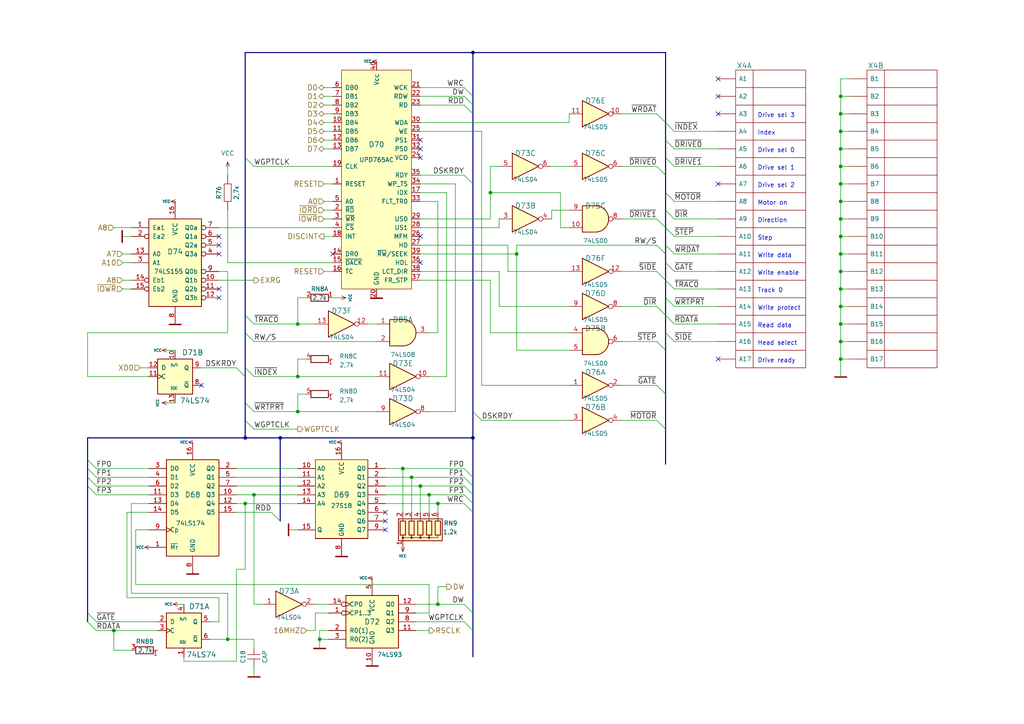
<source format=kicad_sch>
(kicad_sch (version 20211123) (generator eeschema)
  (paper "A4")
  (title_block (title "Floppy disk controller") (date "1994-01-04") (company "Patisonic") (comment 1 "Restored by Alexander Molodtsov") (comment 2 "Western version by Alessio Iodice") (comment 3 "Aleste 520EX"))
  (lib_symbols
    (symbol "74xx:74LS00" (pin_names (offset 1.016))
      (property "Reference" "U" (at 0 1.27 0))
      (property "Value" "74LS00" (at 0 -1.27 0))
      (symbol "74LS00_1_1"
        (pin input line (at -7.62 2.54 0) (length 3.81) (name "~") (number "1"))
        (pin input line (at -7.62 -2.54 0) (length 3.81) (name "~") (number "2"))
        (pin output inverted (at 7.62 0 180) (length 3.81) (name "~") (number "3"))
      )
      (symbol "74LS00_1_2"
        (pin input inverted (at -7.62 2.54 0) (length 4.318) (name "~") (number "1"))
        (pin input inverted (at -7.62 -2.54 0) (length 4.318) (name "~") (number "2"))
        (pin output line (at 7.62 0 180) (length 3.81) (name "~") (number "3"))
      )
      (symbol "74LS00_2_1"
        (pin input line (at -7.62 2.54 0) (length 3.81) (name "~") (number "4"))
        (pin input line (at -7.62 -2.54 0) (length 3.81) (name "~") (number "5"))
        (pin output inverted (at 7.62 0 180) (length 3.81) (name "~") (number "6"))
      )
      (symbol "74LS00_2_2"
        (pin input inverted (at -7.62 2.54 0) (length 4.318) (name "~") (number "4"))
        (pin input inverted (at -7.62 -2.54 0) (length 4.318) (name "~") (number "5"))
        (pin output line (at 7.62 0 180) (length 3.81) (name "~") (number "6"))
      )
      (symbol "74LS00_3_1"
        (pin input line (at -7.62 -2.54 0) (length 3.81) (name "~") (number "10"))
        (pin output inverted (at 7.62 0 180) (length 3.81) (name "~") (number "8"))
        (pin input line (at -7.62 2.54 0) (length 3.81) (name "~") (number "9"))
      )
      (symbol "74LS00_3_2"
        (pin input inverted (at -7.62 -2.54 0) (length 4.318) (name "~") (number "10"))
        (pin output line (at 7.62 0 180) (length 3.81) (name "~") (number "8"))
        (pin input inverted (at -7.62 2.54 0) (length 4.318) (name "~") (number "9"))
      )
      (symbol "74LS00_4_1"
        (pin output inverted (at 7.62 0 180) (length 3.81) (name "~") (number "11"))
        (pin input line (at -7.62 2.54 0) (length 3.81) (name "~") (number "12"))
        (pin input line (at -7.62 -2.54 0) (length 3.81) (name "~") (number "13"))
      )
      (symbol "74LS00_4_2"
        (pin output line (at 7.62 0 180) (length 3.81) (name "~") (number "11"))
        (pin input inverted (at -7.62 2.54 0) (length 4.318) (name "~") (number "12"))
        (pin input inverted (at -7.62 -2.54 0) (length 4.318) (name "~") (number "13"))
      )
      (symbol "74LS00_5_0"
        (pin power_in line (at 0 12.7 270) (length 5.08) (name "VCC") (number "14"))
        (pin power_in line (at 0 -12.7 90) (length 5.08) (name "GND") (number "7"))
      )
    )
    (symbol "74xx:74LS04"
      (property "Reference" "U" (at 0 1.27 0))
      (property "Value" "74LS04" (at 0 -1.27 0))
      (symbol "74LS04_1_0"
        (pin input line (at -7.62 0 0) (length 3.81) (name "~") (number "1"))
        (pin output inverted (at 7.62 0 180) (length 3.81) (name "~") (number "2"))
      )
      (symbol "74LS04_2_0"
        (pin input line (at -7.62 0 0) (length 3.81) (name "~") (number "3"))
        (pin output inverted (at 7.62 0 180) (length 3.81) (name "~") (number "4"))
      )
      (symbol "74LS04_3_0"
        (pin input line (at -7.62 0 0) (length 3.81) (name "~") (number "5"))
        (pin output inverted (at 7.62 0 180) (length 3.81) (name "~") (number "6"))
      )
      (symbol "74LS04_4_0"
        (pin output inverted (at 7.62 0 180) (length 3.81) (name "~") (number "8"))
        (pin input line (at -7.62 0 0) (length 3.81) (name "~") (number "9"))
      )
      (symbol "74LS04_5_0"
        (pin output inverted (at 7.62 0 180) (length 3.81) (name "~") (number "10"))
        (pin input line (at -7.62 0 0) (length 3.81) (name "~") (number "11"))
      )
      (symbol "74LS04_6_0"
        (pin output inverted (at 7.62 0 180) (length 3.81) (name "~") (number "12"))
        (pin input line (at -7.62 0 0) (length 3.81) (name "~") (number "13"))
      )
      (symbol "74LS04_7_0"
        (pin power_in line (at 0 12.7 270) (length 5.08) (name "VCC") (number "14"))
        (pin power_in line (at 0 -12.7 90) (length 5.08) (name "GND") (number "7"))
      )
    )
    (symbol "74xx:74LS05" (pin_names (offset 1.016))
      (property "Reference" "U" (at 0 1.27 0))
      (property "Value" "74LS05" (at 0 -1.27 0))
      (symbol "74LS05_1_0"
        (pin input line (at -7.62 0 0) (length 3.81) (name "~") (number "1"))
        (pin open_collector inverted (at 7.62 0 180) (length 3.81) (name "~") (number "2"))
      )
      (symbol "74LS05_2_0"
        (pin input line (at -7.62 0 0) (length 3.81) (name "~") (number "3"))
        (pin open_collector inverted (at 7.62 0 180) (length 3.81) (name "~") (number "4"))
      )
      (symbol "74LS05_3_0"
        (pin input line (at -7.62 0 0) (length 3.81) (name "~") (number "5"))
        (pin open_collector inverted (at 7.62 0 180) (length 3.81) (name "~") (number "6"))
      )
      (symbol "74LS05_4_0"
        (pin open_collector inverted (at 7.62 0 180) (length 3.81) (name "~") (number "8"))
        (pin input line (at -7.62 0 0) (length 3.81) (name "~") (number "9"))
      )
      (symbol "74LS05_5_0"
        (pin open_collector inverted (at 7.62 0 180) (length 3.81) (name "~") (number "10"))
        (pin input line (at -7.62 0 0) (length 3.81) (name "~") (number "11"))
      )
      (symbol "74LS05_6_0"
        (pin open_collector inverted (at 7.62 0 180) (length 3.81) (name "~") (number "12"))
        (pin input line (at -7.62 0 0) (length 3.81) (name "~") (number "13"))
      )
      (symbol "74LS05_7_0"
        (pin power_in line (at 0 12.7 270) (length 5.08) (name "VCC") (number "14"))
        (pin power_in line (at 0 -12.7 90) (length 5.08) (name "GND") (number "7"))
      )
    )
    (symbol "74xx:74LS08" (pin_names (offset 1.016))
      (property "Reference" "U" (at 0 1.27 0))
      (property "Value" "74LS08" (at 0 -1.27 0))
      (symbol "74LS08_1_1"
        (pin input line (at -7.62 2.54 0) (length 3.81) (name "~") (number "1"))
        (pin input line (at -7.62 -2.54 0) (length 3.81) (name "~") (number "2"))
        (pin output line (at 7.62 0 180) (length 3.81) (name "~") (number "3"))
      )
      (symbol "74LS08_1_2"
        (pin input inverted (at -7.62 2.54 0) (length 4.318) (name "~") (number "1"))
        (pin input inverted (at -7.62 -2.54 0) (length 4.318) (name "~") (number "2"))
        (pin output inverted (at 7.62 0 180) (length 3.81) (name "~") (number "3"))
      )
      (symbol "74LS08_2_1"
        (pin input line (at -7.62 2.54 0) (length 3.81) (name "~") (number "4"))
        (pin input line (at -7.62 -2.54 0) (length 3.81) (name "~") (number "5"))
        (pin output line (at 7.62 0 180) (length 3.81) (name "~") (number "6"))
      )
      (symbol "74LS08_2_2"
        (pin input inverted (at -7.62 2.54 0) (length 4.318) (name "~") (number "4"))
        (pin input inverted (at -7.62 -2.54 0) (length 4.318) (name "~") (number "5"))
        (pin output inverted (at 7.62 0 180) (length 3.81) (name "~") (number "6"))
      )
      (symbol "74LS08_3_1"
        (pin input line (at -7.62 -2.54 0) (length 3.81) (name "~") (number "10"))
        (pin output line (at 7.62 0 180) (length 3.81) (name "~") (number "8"))
        (pin input line (at -7.62 2.54 0) (length 3.81) (name "~") (number "9"))
      )
      (symbol "74LS08_3_2"
        (pin input inverted (at -7.62 -2.54 0) (length 4.318) (name "~") (number "10"))
        (pin output inverted (at 7.62 0 180) (length 3.81) (name "~") (number "8"))
        (pin input inverted (at -7.62 2.54 0) (length 4.318) (name "~") (number "9"))
      )
      (symbol "74LS08_4_1"
        (pin output line (at 7.62 0 180) (length 3.81) (name "~") (number "11"))
        (pin input line (at -7.62 2.54 0) (length 3.81) (name "~") (number "12"))
        (pin input line (at -7.62 -2.54 0) (length 3.81) (name "~") (number "13"))
      )
      (symbol "74LS08_4_2"
        (pin output inverted (at 7.62 0 180) (length 3.81) (name "~") (number "11"))
        (pin input inverted (at -7.62 2.54 0) (length 4.318) (name "~") (number "12"))
        (pin input inverted (at -7.62 -2.54 0) (length 4.318) (name "~") (number "13"))
      )
      (symbol "74LS08_5_0"
        (pin power_in line (at 0 12.7 270) (length 5.08) (name "VCC") (number "14"))
        (pin power_in line (at 0 -12.7 90) (length 5.08) (name "GND") (number "7"))
      )
    )
    (symbol "74xx:74LS155" (pin_names (offset 1.016))
      (property "Reference" "U" (at -7.62 13.97 0))
      (property "Value" "74LS155" (at -7.62 -13.97 0))
      (symbol "74LS155_1_0"
        (pin input line (at -12.7 10.16 0) (length 5.08) (name "Ea1") (number "1"))
        (pin output inverted (at 12.7 -5.08 180) (length 5.08) (name "Q1b") (number "10"))
        (pin output inverted (at 12.7 -7.62 180) (length 5.08) (name "Q2b") (number "11"))
        (pin output inverted (at 12.7 -10.16 180) (length 5.08) (name "Q3b") (number "12"))
        (pin input line (at -12.7 2.54 0) (length 5.08) (name "A0") (number "13"))
        (pin input inverted (at -12.7 -5.08 0) (length 5.08) (name "Eb1") (number "14"))
        (pin input inverted (at -12.7 -7.62 0) (length 5.08) (name "Eb2") (number "15"))
        (pin power_in line (at 0 17.78 270) (length 5.08) (name "VCC") (number "16"))
        (pin input inverted (at -12.7 7.62 0) (length 5.08) (name "Ea2") (number "2"))
        (pin input line (at -12.7 0 0) (length 5.08) (name "A1") (number "3"))
        (pin output inverted (at 12.7 2.54 180) (length 5.08) (name "Q3a") (number "4"))
        (pin output inverted (at 12.7 5.08 180) (length 5.08) (name "Q2a") (number "5"))
        (pin output inverted (at 12.7 7.62 180) (length 5.08) (name "Q1a") (number "6"))
        (pin output inverted (at 12.7 10.16 180) (length 5.08) (name "Q0a") (number "7"))
        (pin power_in line (at 0 -17.78 90) (length 5.08) (name "GND") (number "8"))
        (pin output inverted (at 12.7 -2.54 180) (length 5.08) (name "Q0b") (number "9"))
      )
    )
    (symbol "74xx:74LS174" (pin_names (offset 1.016))
      (property "Reference" "U" (at -7.62 13.97 0))
      (property "Value" "74LS174" (at -7.62 -16.51 0))
      (symbol "74LS174_1_0"
        (pin input line (at -12.7 -12.7 0) (length 5.08) (name "~{Mr}") (number "1"))
        (pin output line (at 12.7 2.54 180) (length 5.08) (name "Q3") (number "10"))
        (pin input line (at -12.7 2.54 0) (length 5.08) (name "D3") (number "11"))
        (pin output line (at 12.7 0 180) (length 5.08) (name "Q4") (number "12"))
        (pin input line (at -12.7 0 0) (length 5.08) (name "D4") (number "13"))
        (pin input line (at -12.7 -2.54 0) (length 5.08) (name "D5") (number "14"))
        (pin output line (at 12.7 -2.54 180) (length 5.08) (name "Q5") (number "15"))
        (pin power_in line (at 0 17.78 270) (length 5.08) (name "VCC") (number "16"))
        (pin output line (at 12.7 10.16 180) (length 5.08) (name "Q0") (number "2"))
        (pin input line (at -12.7 10.16 0) (length 5.08) (name "D0") (number "3"))
        (pin input line (at -12.7 7.62 0) (length 5.08) (name "D1") (number "4"))
        (pin output line (at 12.7 7.62 180) (length 5.08) (name "Q1") (number "5"))
        (pin input line (at -12.7 5.08 0) (length 5.08) (name "D2") (number "6"))
        (pin output line (at 12.7 5.08 180) (length 5.08) (name "Q2") (number "7"))
        (pin power_in line (at 0 -20.32 90) (length 5.08) (name "GND") (number "8"))
        (pin input clock (at -12.7 -7.62 0) (length 5.08) (name "Cp") (number "9"))
      )
    )
    (symbol "74xx:74LS74" (pin_names (offset 1.016))
      (property "Reference" "U" (at -7.62 8.89 0))
      (property "Value" "74LS74" (at -7.62 -8.89 0))
      (symbol "74LS74_1_0"
        (pin input line (at 0 -7.62 90) (length 2.54) (name "~{R}") (number "1"))
        (pin input line (at -7.62 2.54 0) (length 2.54) (name "D") (number "2"))
        (pin input clock (at -7.62 0 0) (length 2.54) (name "C") (number "3"))
        (pin input line (at 0 7.62 270) (length 2.54) (name "~{S}") (number "4"))
        (pin output line (at 7.62 2.54 180) (length 2.54) (name "Q") (number "5"))
        (pin output line (at 7.62 -2.54 180) (length 2.54) (name "~{Q}") (number "6"))
      )
      (symbol "74LS74_2_0"
        (pin input line (at 0 7.62 270) (length 2.54) (name "~{S}") (number "10"))
        (pin input clock (at -7.62 0 0) (length 2.54) (name "C") (number "11"))
        (pin input line (at -7.62 2.54 0) (length 2.54) (name "D") (number "12"))
        (pin input line (at 0 -7.62 90) (length 2.54) (name "~{R}") (number "13"))
        (pin output line (at 7.62 -2.54 180) (length 2.54) (name "~{Q}") (number "8"))
        (pin output line (at 7.62 2.54 180) (length 2.54) (name "Q") (number "9"))
      )
      (symbol "74LS74_3_0"
        (pin power_in line (at 0 10.16 270) (length 2.54) (name "VCC") (number "14"))
        (pin power_in line (at 0 -10.16 90) (length 2.54) (name "GND") (number "7"))
      )
    )
    (symbol "74xx:74LS93" (pin_names (offset 1.016))
      (property "Reference" "U" (at -7.62 8.89 0))
      (property "Value" "74LS93" (at -7.62 -8.89 0))
      (symbol "74LS93_1_0"
        (pin input inverted_clock (at -12.7 2.54 0) (length 5.08) (name "CP1..3") (number "1"))
        (pin power_in line (at 0 -12.7 90) (length 5.08) (name "GND") (number "10"))
        (pin output line (at 12.7 -2.54 180) (length 5.08) (name "Q3") (number "11"))
        (pin output line (at 12.7 5.08 180) (length 5.08) (name "Q0") (number "12"))
        (pin input inverted_clock (at -12.7 5.08 0) (length 5.08) (name "CP0") (number "14"))
        (pin input line (at -12.7 -2.54 0) (length 5.08) (name "R0(1)") (number "2"))
        (pin input line (at -12.7 -5.08 0) (length 5.08) (name "R0(2)") (number "3"))
        (pin power_in line (at 0 12.7 270) (length 5.08) (name "VCC") (number "5"))
        (pin output line (at 12.7 0 180) (length 5.08) (name "Q2") (number "8"))
        (pin output line (at 12.7 2.54 180) (length 5.08) (name "Q1") (number "9"))
      )
    )
    (symbol "Common_Alessio:27S18"
      (property "Reference" "D" (at -1.27 -13.97 0))
      (property "Value" "27S18" (at 0 -17.78 0))
      (symbol "27S18_0_0"
        (pin bidirectional line (at 12.7 -7.62 180) (length 5.08) (name "Q0") (number "1"))
        (pin bidirectional line (at -12.7 -7.62 0) (length 5.08) (name "A0") (number "10"))
        (pin bidirectional line (at -12.7 -10.16 0) (length 5.08) (name "A1") (number "11"))
        (pin bidirectional line (at -12.7 -12.7 0) (length 5.08) (name "A2") (number "12"))
        (pin bidirectional line (at -12.7 -15.24 0) (length 5.08) (name "A3") (number "13"))
        (pin bidirectional line (at -12.7 -17.78 0) (length 5.08) (name "A4") (number "14"))
        (pin bidirectional line (at -12.7 -25.4 0) (length 5.08) (name "Q") (number "15"))
        (pin power_in line (at 0 0 270) (length 5.08) (name "VCC") (number "16"))
        (pin bidirectional line (at 12.7 -10.16 180) (length 5.08) (name "Q1") (number "2"))
        (pin bidirectional line (at 12.7 -12.7 180) (length 5.08) (name "Q2") (number "3"))
        (pin bidirectional line (at 12.7 -15.24 180) (length 5.08) (name "Q3") (number "4"))
        (pin bidirectional line (at 12.7 -17.78 180) (length 5.08) (name "Q4") (number "5"))
        (pin bidirectional line (at 12.7 -20.32 180) (length 5.08) (name "Q5") (number "6"))
        (pin bidirectional line (at 12.7 -22.86 180) (length 5.08) (name "Q6") (number "7"))
        (pin power_in line (at 0 -33.02 90) (length 5.08) (name "GND") (number "8"))
        (pin bidirectional line (at 12.7 -25.4 180) (length 5.08) (name "Q7") (number "9"))
      )
    )
    (symbol "Common_Alessio:UPD765AC" (pin_names (offset 1.016))
      (property "Reference" "U" (at 0 45.72 0))
      (property "Value" "UPD765AC" (at 0 43.18 0))
      (symbol "UPD765AC_0_0"
        (pin input line (at -12.7 5.08 0) (length 2.54) (name "RESET") (number "1"))
        (pin tri_state line (at -12.7 22.86 0) (length 2.54) (name "DB4") (number "10"))
        (pin tri_state line (at -12.7 20.32 0) (length 2.54) (name "DB5") (number "11"))
        (pin tri_state line (at -12.7 17.78 0) (length 2.54) (name "DB6") (number "12"))
        (pin tri_state line (at -12.7 15.24 0) (length 2.54) (name "DB7") (number "13"))
        (pin output line (at -12.7 -15.24 0) (length 2.54) (name "DR0") (number "14"))
        (pin input line (at -12.7 -17.78 0) (length 2.54) (name "~{DACK}") (number "15"))
        (pin input line (at -12.7 -20.32 0) (length 2.54) (name "TC") (number "16"))
        (pin input line (at 12.7 2.54 180) (length 2.54) (name "IDX") (number "17"))
        (pin output line (at -12.7 -10.16 0) (length 2.54) (name "INT") (number "18"))
        (pin input line (at -12.7 10.16 0) (length 2.54) (name "CLK") (number "19"))
        (pin input line (at -12.7 -2.54 0) (length 2.54) (name "~{RD}") (number "2"))
        (pin power_in line (at 0 -27.94 90) (length 2.54) (name "GND") (number "20"))
        (pin input line (at 12.7 33.02 180) (length 2.54) (name "WCK") (number "21"))
        (pin input line (at 12.7 30.48 180) (length 2.54) (name "RDW") (number "22"))
        (pin input line (at 12.7 27.94 180) (length 2.54) (name "RD") (number "23"))
        (pin input line (at 12.7 12.7 180) (length 2.54) (name "VCO") (number "24"))
        (pin output line (at 12.7 20.32 180) (length 2.54) (name "WE") (number "25"))
        (pin output line (at 12.7 -10.16 180) (length 2.54) (name "MFM") (number "26"))
        (pin output line (at 12.7 -12.7 180) (length 2.54) (name "HD") (number "27"))
        (pin output line (at 12.7 -7.62 180) (length 2.54) (name "US1") (number "28"))
        (pin output line (at 12.7 -5.08 180) (length 2.54) (name "US0") (number "29"))
        (pin input line (at -12.7 -5.08 0) (length 2.54) (name "~{WR}") (number "3"))
        (pin output line (at 12.7 22.86 180) (length 2.54) (name "WDA") (number "30"))
        (pin output line (at 12.7 17.78 180) (length 2.54) (name "PS1") (number "31"))
        (pin output line (at 12.7 15.24 180) (length 2.54) (name "PS0") (number "32"))
        (pin input line (at 12.7 0 180) (length 2.54) (name "FLT_TR0") (number "33"))
        (pin input line (at 12.7 5.08 180) (length 2.54) (name "WP_TS") (number "34"))
        (pin input line (at 12.7 7.62 180) (length 2.54) (name "RDY") (number "35"))
        (pin output line (at 12.7 -17.78 180) (length 2.54) (name "HDL") (number "36"))
        (pin output line (at 12.7 -22.86 180) (length 2.54) (name "FR_STP") (number "37"))
        (pin output line (at 12.7 -20.32 180) (length 2.54) (name "LCT_DIR") (number "38"))
        (pin output line (at 12.7 -15.24 180) (length 2.54) (name "~{RW}/SEEK") (number "39"))
        (pin input line (at -12.7 -7.62 0) (length 2.54) (name "~{CS}") (number "4"))
        (pin power_in line (at 0 40.64 270) (length 2.54) (name "Vcc") (number "40"))
        (pin input line (at -12.7 0 0) (length 2.54) (name "A0") (number "5"))
        (pin tri_state line (at -12.7 33.02 0) (length 2.54) (name "DB0") (number "6"))
        (pin tri_state line (at -12.7 30.48 0) (length 2.54) (name "DB1") (number "7"))
        (pin tri_state line (at -12.7 27.94 0) (length 2.54) (name "DB2") (number "8"))
        (pin tri_state line (at -12.7 25.4 0) (length 2.54) (name "DB3") (number "9"))
      )
    )
    (symbol "Device:R_Network04_Split" (pin_names (offset 0) hide)
      (property "Reference" "RN" (at 2.032 0 90))
      (property "Value" "R_Network04_Split" (at 0 0 90))
      (symbol "R_Network04_Split_1_1"
        (pin passive line (at 0 3.81 270) (length 1.27) (name "R1.1") (number "1"))
        (pin passive line (at 0 -3.81 90) (length 1.27) (name "R1.2") (number "2"))
      )
      (symbol "R_Network04_Split_2_1"
        (text "1" (at 0.889 3.175 900) (effects (font (size 1.27 1.27))))
        (pin passive line (at 0 -3.81 90) (length 1.27) (name "R2.2") (number "3"))
      )
      (symbol "R_Network04_Split_3_1"
        (text "1" (at 0.889 3.175 900) (effects (font (size 1.27 1.27))))
        (pin passive line (at 0 -3.81 90) (length 1.27) (name "R3.2") (number "4"))
      )
      (symbol "R_Network04_Split_4_1"
        (text "1" (at 0.889 3.175 900) (effects (font (size 1.27 1.27))))
        (pin passive line (at 0 -3.81 90) (length 1.27) (name "R4.2") (number "5"))
      )
    )
    (symbol "Device:R_Network05" (pin_names (offset 0) hide)
      (property "Reference" "RN" (at -7.62 0 90))
      (property "Value" "R_Network05" (at 7.62 0 90))
      (symbol "R_Network05_1_1"
        (pin passive line (at -5.08 5.08 270) (length 2.54) (name "common") (number "1"))
        (pin passive line (at -5.08 -5.08 90) (length 1.27) (name "R1") (number "2"))
        (pin passive line (at -2.54 -5.08 90) (length 1.27) (name "R2") (number "3"))
        (pin passive line (at 0 -5.08 90) (length 1.27) (name "R3") (number "4"))
        (pin passive line (at 2.54 -5.08 90) (length 1.27) (name "R4") (number "5"))
        (pin passive line (at 5.08 -5.08 90) (length 1.27) (name "R5") (number "6"))
      )
    )
    (symbol "aleste-rescue:CAP" (pin_numbers hide) (pin_names (offset 0.0254) hide)
      (property "Reference" "C" (at 0 3.175 0))
      (property "Value" "CAP" (at 0 -3.175 0))
      (symbol "CAP_1_0"
        (pin passive line (at -2.54 0 0) (length 1.905) (name "~") (number "1"))
        (pin passive line (at 2.54 0 180) (length 1.905) (name "~") (number "2"))
      )
    )
    (symbol "aleste-rescue:GND" (power) (pin_names (offset 0))
      (symbol "GND_1_1"
        (pin power_in line (at 0 0 90) (length 0) hide (name "GND") (number "1"))
      )
    )
    (symbol "aleste-rescue:RES" (pin_numbers hide) (pin_names (offset 0.0254) hide)
      (property "Reference" "R" (at 0 2.54 0))
      (property "Value" "RES" (at 0 -2.54 0))
      (symbol "RES_1_0"
        (pin passive line (at -5.08 0 0) (length 2.54) (name "~") (number "1"))
        (pin passive line (at 5.08 0 180) (length 2.54) (name "~") (number "2"))
      )
    )
    (symbol "aleste-rescue:SLOT-34" (pin_numbers hide) (pin_names (offset 0.889))
      (property "Reference" "X" (at 7.62 3.81 0))
      (symbol "SLOT-34_1_0"
        (pin unspecified line (at 0 0 0) (length 5.08) (name "A1") (number "A1"))
        (pin unspecified line (at 0 -45.72 0) (length 5.08) (name "A10") (number "A10"))
        (pin unspecified line (at 0 -50.8 0) (length 5.08) (name "A11") (number "A11"))
        (pin unspecified line (at 0 -55.88 0) (length 5.08) (name "A12") (number "A12"))
        (pin unspecified line (at 0 -60.96 0) (length 5.08) (name "A13") (number "A13"))
        (pin unspecified line (at 0 -66.04 0) (length 5.08) (name "A14") (number "A14"))
        (pin unspecified line (at 0 -71.12 0) (length 5.08) (name "A15") (number "A15"))
        (pin unspecified line (at 0 -76.2 0) (length 5.08) (name "A16") (number "A16"))
        (pin unspecified line (at 0 -81.28 0) (length 5.08) (name "A17") (number "A17"))
        (pin unspecified line (at 0 -5.08 0) (length 5.08) (name "A2") (number "A2"))
        (pin unspecified line (at 0 -10.16 0) (length 5.08) (name "A3") (number "A3"))
        (pin unspecified line (at 0 -15.24 0) (length 5.08) (name "A4") (number "A4"))
        (pin unspecified line (at 0 -20.32 0) (length 5.08) (name "A5") (number "A5"))
        (pin unspecified line (at 0 -25.4 0) (length 5.08) (name "A6") (number "A6"))
        (pin unspecified line (at 0 -30.48 0) (length 5.08) (name "A7") (number "A7"))
        (pin unspecified line (at 0 -35.56 0) (length 5.08) (name "A8") (number "A8"))
        (pin unspecified line (at 0 -40.64 0) (length 5.08) (name "A9") (number "A9"))
      )
      (symbol "SLOT-34_2_0"
        (pin unspecified line (at 0 0 0) (length 5.08) (name "B1") (number "B1"))
        (pin unspecified line (at 0 -45.72 0) (length 5.08) (name "B10") (number "B10"))
        (pin unspecified line (at 0 -50.8 0) (length 5.08) (name "B11") (number "B11"))
        (pin unspecified line (at 0 -55.88 0) (length 5.08) (name "B12") (number "B12"))
        (pin unspecified line (at 0 -60.96 0) (length 5.08) (name "B13") (number "B13"))
        (pin unspecified line (at 0 -66.04 0) (length 5.08) (name "B14~{}") (number "B14"))
        (pin unspecified line (at 0 -71.12 0) (length 5.08) (name "B15") (number "B15"))
        (pin unspecified line (at 0 -76.2 0) (length 5.08) (name "B16") (number "B16"))
        (pin unspecified line (at 0 -81.28 0) (length 5.08) (name "B17") (number "B17"))
        (pin unspecified line (at 0 -5.08 0) (length 5.08) (name "B2") (number "B2"))
        (pin unspecified line (at 0 -10.16 0) (length 5.08) (name "B3") (number "B3"))
        (pin unspecified line (at 0 -15.24 0) (length 5.08) (name "B4") (number "B4"))
        (pin unspecified line (at 0 -20.32 0) (length 5.08) (name "B5") (number "B5"))
        (pin unspecified line (at 0 -25.4 0) (length 5.08) (name "B6") (number "B6"))
        (pin unspecified line (at 0 -30.48 0) (length 5.08) (name "B7") (number "B7"))
        (pin unspecified line (at 0 -35.56 0) (length 5.08) (name "B8") (number "B8"))
        (pin unspecified line (at 0 -40.64 0) (length 5.08) (name "B9") (number "B9"))
      )
    )
    (symbol "aleste-rescue:VCC" (power) (pin_names (offset 0))
      (property "Value" "VCC" (at 0 1.905 0))
      (symbol "VCC_1_1"
        (pin power_in line (at 0 0 90) (length 0) hide (name "VCC") (number "1"))
      )
    )
  )
  (junction (at 137.16 127))
  (junction (at 243.84 88.9))
  (junction (at 243.84 78.74))
  (junction (at 71.12 146.05))
  (junction (at 86.36 119.38))
  (junction (at 73.66 143.51))
  (junction (at 86.36 109.22))
  (junction (at 243.84 93.98))
  (junction (at 149.86 73.66))
  (junction (at 243.84 63.5))
  (junction (at 243.84 73.66))
  (junction (at 33.02 182.88))
  (junction (at 119.38 138.43))
  (junction (at 243.84 58.42))
  (junction (at 127 146.05))
  (junction (at 127 175.26))
  (junction (at 71.12 127))
  (junction (at 86.36 93.98))
  (junction (at 243.84 53.34))
  (junction (at 137.16 15.24))
  (junction (at 116.84 135.89))
  (junction (at 92.71 185.42))
  (junction (at 243.84 99.06))
  (junction (at 243.84 68.58))
  (junction (at 81.28 127))
  (junction (at 66.04 185.42))
  (junction (at 243.84 38.1))
  (junction (at 243.84 48.26))
  (junction (at 243.84 33.02))
  (junction (at 124.46 143.51))
  (junction (at 243.84 27.94))
  (junction (at 243.84 43.18))
  (junction (at 142.24 55.88))
  (junction (at 243.84 104.14))
  (junction (at 121.92 140.97))
  (junction (at 243.84 83.82))
  (no_connect (at 121.92 43.18))
  (no_connect (at 111.76 153.67))
  (no_connect (at 63.5 83.82))
  (no_connect (at 121.92 76.2))
  (no_connect (at 63.5 73.66))
  (no_connect (at 208.28 22.86))
  (no_connect (at 121.92 40.64))
  (no_connect (at 121.92 45.72))
  (no_connect (at 121.92 68.58))
  (no_connect (at 208.28 33.02))
  (no_connect (at 63.5 86.36))
  (no_connect (at 208.28 53.34))
  (no_connect (at 63.5 68.58))
  (no_connect (at 208.28 104.14))
  (no_connect (at 63.5 71.12))
  (no_connect (at 96.52 73.66))
  (no_connect (at 111.76 151.13))
  (no_connect (at 58.42 111.76))
  (no_connect (at 111.76 148.59))
  (no_connect (at 208.28 27.94))
  (bus_entry (at 71.12 45.72) (size 2.54 2.54))
  (bus_entry (at 193.04 60.96) (size 2.54 2.54))
  (bus_entry (at 78.74 148.59) (size 2.54 2.54))
  (bus_entry (at 134.62 175.26) (size 2.54 2.54))
  (bus_entry (at 190.5 121.92) (size 2.54 2.54))
  (bus_entry (at 137.16 119.38) (size 2.54 2.54))
  (bus_entry (at 193.04 91.44) (size 2.54 2.54))
  (bus_entry (at 25.4 140.97) (size 2.54 2.54))
  (bus_entry (at 25.4 133.35) (size 2.54 2.54))
  (bus_entry (at 71.12 91.44) (size 2.54 2.54))
  (bus_entry (at 134.62 27.94) (size 2.54 2.54))
  (bus_entry (at 71.12 96.52) (size 2.54 2.54))
  (bus_entry (at 190.5 33.02) (size 2.54 2.54))
  (bus_entry (at 193.04 76.2) (size 2.54 2.54))
  (bus_entry (at 193.04 96.52) (size 2.54 2.54))
  (bus_entry (at 190.5 48.26) (size 2.54 2.54))
  (bus_entry (at 134.62 180.34) (size 2.54 2.54))
  (bus_entry (at 193.04 71.12) (size 2.54 2.54))
  (bus_entry (at 190.5 111.76) (size 2.54 2.54))
  (bus_entry (at 71.12 106.68) (size 2.54 2.54))
  (bus_entry (at 190.5 78.74) (size 2.54 2.54))
  (bus_entry (at 134.62 50.8) (size 2.54 2.54))
  (bus_entry (at 193.04 66.04) (size 2.54 2.54))
  (bus_entry (at 25.4 135.89) (size 2.54 2.54))
  (bus_entry (at 134.62 143.51) (size 2.54 2.54))
  (bus_entry (at 193.04 35.56) (size 2.54 2.54))
  (bus_entry (at 25.4 138.43) (size 2.54 2.54))
  (bus_entry (at 190.5 63.5) (size 2.54 2.54))
  (bus_entry (at 190.5 71.12) (size 2.54 2.54))
  (bus_entry (at 25.4 177.8) (size 2.54 2.54))
  (bus_entry (at 25.4 180.34) (size 2.54 2.54))
  (bus_entry (at 71.12 116.84) (size 2.54 2.54))
  (bus_entry (at 193.04 40.64) (size 2.54 2.54))
  (bus_entry (at 134.62 30.48) (size 2.54 2.54))
  (bus_entry (at 134.62 140.97) (size 2.54 2.54))
  (bus_entry (at 134.62 25.4) (size 2.54 2.54))
  (bus_entry (at 134.62 146.05) (size 2.54 2.54))
  (bus_entry (at 134.62 138.43) (size 2.54 2.54))
  (bus_entry (at 71.12 121.92) (size 2.54 2.54))
  (bus_entry (at 193.04 86.36) (size 2.54 2.54))
  (bus_entry (at 193.04 45.72) (size 2.54 2.54))
  (bus_entry (at 193.04 81.28) (size 2.54 2.54))
  (bus_entry (at 190.5 88.9) (size 2.54 2.54))
  (bus_entry (at 193.04 55.88) (size 2.54 2.54))
  (bus_entry (at 134.62 135.89) (size 2.54 2.54))
  (bus_entry (at 68.58 106.68) (size 2.54 2.54))
  (bus_entry (at 190.5 99.06) (size 2.54 2.54))
  (wire (pts (xy 93.98 58.42) (xy 96.52 58.42)))
  (bus (pts (xy 137.16 53.34) (xy 137.16 119.38)))
  (wire (pts (xy 66.04 96.52) (xy 66.04 78.74)))
  (bus (pts (xy 71.12 15.24) (xy 137.16 15.24)))
  (wire (pts (xy 160.02 48.26) (xy 165.1 48.26)))
  (wire (pts (xy 142.24 48.26) (xy 142.24 55.88)))
  (wire (pts (xy 53.34 190.5) (xy 53.34 191.77)))
  (wire (pts (xy 121.92 71.12) (xy 147.32 71.12)))
  (wire (pts (xy 121.92 35.56) (xy 165.1 35.56)))
  (wire (pts (xy 91.44 175.26) (xy 95.25 175.26)))
  (wire (pts (xy 195.58 93.98) (xy 208.28 93.98)))
  (wire (pts (xy 96.52 86.36) (xy 99.06 86.36)))
  (wire (pts (xy 76.2 175.26) (xy 73.66 175.26)))
  (wire (pts (xy 124.46 119.38) (xy 132.08 119.38)))
  (wire (pts (xy 71.12 146.05) (xy 86.36 146.05)))
  (bus (pts (xy 137.16 33.02) (xy 137.16 53.34)))
  (wire (pts (xy 119.38 148.59) (xy 119.38 138.43)))
  (wire (pts (xy 106.68 93.98) (xy 109.22 93.98)))
  (wire (pts (xy 246.38 99.06) (xy 243.84 99.06)))
  (wire (pts (xy 121.92 27.94) (xy 134.62 27.94)))
  (wire (pts (xy 243.84 73.66) (xy 243.84 78.74)))
  (wire (pts (xy 93.98 43.18) (xy 96.52 43.18)))
  (wire (pts (xy 36.83 148.59) (xy 43.18 148.59)))
  (wire (pts (xy 73.66 119.38) (xy 86.36 119.38)))
  (wire (pts (xy 68.58 140.97) (xy 86.36 140.97)))
  (wire (pts (xy 139.7 38.1) (xy 139.7 111.76)))
  (wire (pts (xy 86.36 86.36) (xy 86.36 93.98)))
  (wire (pts (xy 51.435 175.26) (xy 53.34 175.26)))
  (wire (pts (xy 180.34 111.76) (xy 190.5 111.76)))
  (wire (pts (xy 93.98 25.4) (xy 96.52 25.4)))
  (bus (pts (xy 137.16 177.8) (xy 137.16 182.88)))
  (wire (pts (xy 35.56 68.58) (xy 38.1 68.58)))
  (wire (pts (xy 246.38 93.98) (xy 243.84 93.98)))
  (wire (pts (xy 27.94 143.51) (xy 43.18 143.51)))
  (wire (pts (xy 124.46 148.59) (xy 124.46 143.51)))
  (bus (pts (xy 81.28 127) (xy 71.12 127)))
  (wire (pts (xy 66.04 76.2) (xy 96.52 76.2)))
  (wire (pts (xy 121.92 55.88) (xy 129.54 55.88)))
  (wire (pts (xy 243.84 68.58) (xy 243.84 73.66)))
  (wire (pts (xy 39.37 169.545) (xy 39.37 153.67)))
  (wire (pts (xy 243.84 104.14) (xy 243.84 109.22)))
  (wire (pts (xy 86.36 119.38) (xy 109.22 119.38)))
  (bus (pts (xy 193.04 73.66) (xy 193.04 76.2)))
  (wire (pts (xy 93.98 68.58) (xy 96.52 68.58)))
  (wire (pts (xy 208.28 88.9) (xy 195.58 88.9)))
  (wire (pts (xy 93.98 38.1) (xy 96.52 38.1)))
  (wire (pts (xy 121.92 148.59) (xy 121.92 140.97)))
  (wire (pts (xy 111.76 143.51) (xy 124.46 143.51)))
  (wire (pts (xy 73.66 48.26) (xy 96.52 48.26)))
  (wire (pts (xy 92.71 182.88) (xy 92.71 185.42)))
  (wire (pts (xy 27.94 135.89) (xy 43.18 135.89)))
  (wire (pts (xy 243.84 99.06) (xy 243.84 104.14)))
  (bus (pts (xy 193.04 114.3) (xy 193.04 124.46)))
  (bus (pts (xy 193.04 101.6) (xy 193.04 114.3)))
  (wire (pts (xy 86.36 119.38) (xy 86.36 114.3)))
  (wire (pts (xy 124.46 96.52) (xy 127 96.52)))
  (wire (pts (xy 33.02 188.595) (xy 33.02 182.88)))
  (wire (pts (xy 139.7 111.76) (xy 165.1 111.76)))
  (wire (pts (xy 95.25 185.42) (xy 92.71 185.42)))
  (wire (pts (xy 66.04 185.42) (xy 73.66 185.42)))
  (bus (pts (xy 71.12 109.22) (xy 71.12 116.84)))
  (wire (pts (xy 25.4 109.22) (xy 43.18 109.22)))
  (wire (pts (xy 48.26 116.84) (xy 50.8 116.84)))
  (bus (pts (xy 137.16 143.51) (xy 137.16 146.05)))
  (wire (pts (xy 246.38 48.26) (xy 243.84 48.26)))
  (wire (pts (xy 162.56 66.04) (xy 162.56 55.88)))
  (wire (pts (xy 116.84 135.89) (xy 134.62 135.89)))
  (wire (pts (xy 111.76 135.89) (xy 116.84 135.89)))
  (wire (pts (xy 149.86 71.12) (xy 190.5 71.12)))
  (wire (pts (xy 86.36 114.3) (xy 88.9 114.3)))
  (wire (pts (xy 243.84 83.82) (xy 243.84 88.9)))
  (bus (pts (xy 137.16 27.94) (xy 137.16 30.48)))
  (bus (pts (xy 137.16 119.38) (xy 137.16 127)))
  (wire (pts (xy 53.34 191.77) (xy 68.58 191.77)))
  (bus (pts (xy 137.16 127) (xy 137.16 138.43)))
  (wire (pts (xy 91.44 177.8) (xy 95.25 177.8)))
  (bus (pts (xy 71.12 106.68) (xy 71.12 109.22)))
  (wire (pts (xy 243.84 27.94) (xy 243.84 33.02)))
  (wire (pts (xy 73.66 185.42) (xy 73.66 187.96)))
  (bus (pts (xy 137.16 148.59) (xy 137.16 177.8)))
  (wire (pts (xy 73.66 124.46) (xy 86.36 124.46)))
  (bus (pts (xy 71.12 45.72) (xy 71.12 91.44)))
  (wire (pts (xy 142.24 55.88) (xy 142.24 63.5)))
  (wire (pts (xy 190.5 78.74) (xy 180.34 78.74)))
  (wire (pts (xy 124.46 169.545) (xy 39.37 169.545)))
  (wire (pts (xy 124.46 109.22) (xy 129.54 109.22)))
  (wire (pts (xy 38.1 146.05) (xy 38.1 172.085)))
  (wire (pts (xy 149.86 101.6) (xy 149.86 73.66)))
  (wire (pts (xy 60.96 180.34) (xy 63.5 180.34)))
  (wire (pts (xy 127 170.18) (xy 127 175.26)))
  (wire (pts (xy 243.84 48.26) (xy 243.84 53.34)))
  (wire (pts (xy 195.58 68.58) (xy 208.28 68.58)))
  (wire (pts (xy 246.38 73.66) (xy 243.84 73.66)))
  (wire (pts (xy 92.71 182.88) (xy 95.25 182.88)))
  (wire (pts (xy 243.84 43.18) (xy 243.84 48.26)))
  (wire (pts (xy 63.5 66.04) (xy 96.52 66.04)))
  (bus (pts (xy 193.04 91.44) (xy 193.04 96.52)))
  (wire (pts (xy 139.7 121.92) (xy 165.1 121.92)))
  (wire (pts (xy 73.66 109.22) (xy 86.36 109.22)))
  (wire (pts (xy 127 96.52) (xy 127 58.42)))
  (wire (pts (xy 63.5 173.355) (xy 36.83 173.355)))
  (wire (pts (xy 71.12 146.05) (xy 71.12 165.1)))
  (wire (pts (xy 73.66 175.26) (xy 73.66 143.51)))
  (wire (pts (xy 129.54 109.22) (xy 129.54 55.88)))
  (bus (pts (xy 193.04 124.46) (xy 193.04 134.62)))
  (wire (pts (xy 35.56 76.2) (xy 38.1 76.2)))
  (wire (pts (xy 144.78 88.9) (xy 144.78 78.74)))
  (wire (pts (xy 93.98 40.64) (xy 96.52 40.64)))
  (wire (pts (xy 195.58 99.06) (xy 208.28 99.06)))
  (wire (pts (xy 120.65 177.8) (xy 124.46 177.8)))
  (wire (pts (xy 121.92 66.04) (xy 144.78 66.04)))
  (wire (pts (xy 165.1 78.74) (xy 147.32 78.74)))
  (wire (pts (xy 246.38 63.5) (xy 243.84 63.5)))
  (wire (pts (xy 120.65 180.34) (xy 134.62 180.34)))
  (wire (pts (xy 68.58 146.05) (xy 71.12 146.05)))
  (wire (pts (xy 121.92 63.5) (xy 142.24 63.5)))
  (wire (pts (xy 124.46 177.8) (xy 124.46 169.545)))
  (wire (pts (xy 243.84 33.02) (xy 243.84 38.1)))
  (bus (pts (xy 193.04 81.28) (xy 193.04 86.36)))
  (wire (pts (xy 93.98 53.34) (xy 96.52 53.34)))
  (wire (pts (xy 48.26 101.6) (xy 50.8 101.6)))
  (wire (pts (xy 246.38 68.58) (xy 243.84 68.58)))
  (bus (pts (xy 193.04 76.2) (xy 193.04 81.28)))
  (wire (pts (xy 165.1 88.9) (xy 144.78 88.9)))
  (wire (pts (xy 195.58 63.5) (xy 208.28 63.5)))
  (bus (pts (xy 137.16 146.05) (xy 137.16 148.59)))
  (wire (pts (xy 195.58 73.66) (xy 208.28 73.66)))
  (wire (pts (xy 27.94 182.88) (xy 33.02 182.88)))
  (wire (pts (xy 73.66 143.51) (xy 86.36 143.51)))
  (bus (pts (xy 193.04 35.56) (xy 193.04 40.64)))
  (wire (pts (xy 83.82 153.67) (xy 86.36 153.67)))
  (bus (pts (xy 193.04 15.24) (xy 193.04 35.56)))
  (wire (pts (xy 38.1 146.05) (xy 43.18 146.05)))
  (bus (pts (xy 193.04 86.36) (xy 193.04 91.44)))
  (bus (pts (xy 193.04 55.88) (xy 193.04 60.96)))
  (wire (pts (xy 93.98 60.96) (xy 96.52 60.96)))
  (wire (pts (xy 33.02 66.04) (xy 38.1 66.04)))
  (wire (pts (xy 88.9 182.88) (xy 91.44 182.88)))
  (wire (pts (xy 195.58 43.18) (xy 208.28 43.18)))
  (wire (pts (xy 27.94 140.97) (xy 43.18 140.97)))
  (wire (pts (xy 86.36 86.36) (xy 88.9 86.36)))
  (wire (pts (xy 246.38 104.14) (xy 243.84 104.14)))
  (wire (pts (xy 73.66 81.28) (xy 63.5 81.28)))
  (wire (pts (xy 208.28 38.1) (xy 195.58 38.1)))
  (wire (pts (xy 60.96 185.42) (xy 66.04 185.42)))
  (wire (pts (xy 127 146.05) (xy 134.62 146.05)))
  (bus (pts (xy 25.4 133.35) (xy 25.4 135.89)))
  (wire (pts (xy 88.9 104.14) (xy 86.36 104.14)))
  (wire (pts (xy 111.76 140.97) (xy 121.92 140.97)))
  (wire (pts (xy 195.58 78.74) (xy 208.28 78.74)))
  (wire (pts (xy 111.76 146.05) (xy 127 146.05)))
  (wire (pts (xy 86.36 93.98) (xy 91.44 93.98)))
  (wire (pts (xy 180.34 88.9) (xy 190.5 88.9)))
  (wire (pts (xy 127 175.26) (xy 134.62 175.26)))
  (wire (pts (xy 121.92 58.42) (xy 127 58.42)))
  (wire (pts (xy 246.38 38.1) (xy 243.84 38.1)))
  (bus (pts (xy 137.16 138.43) (xy 137.16 140.97)))
  (wire (pts (xy 142.24 81.28) (xy 142.24 96.52)))
  (wire (pts (xy 165.1 35.56) (xy 165.1 33.02)))
  (bus (pts (xy 71.12 91.44) (xy 71.12 96.52)))
  (wire (pts (xy 243.84 63.5) (xy 243.84 68.58)))
  (wire (pts (xy 243.84 53.34) (xy 243.84 58.42)))
  (wire (pts (xy 35.56 73.66) (xy 38.1 73.66)))
  (wire (pts (xy 180.34 48.26) (xy 190.5 48.26)))
  (wire (pts (xy 91.44 182.88) (xy 91.44 177.8)))
  (wire (pts (xy 25.4 109.22) (xy 25.4 96.52)))
  (wire (pts (xy 121.92 81.28) (xy 142.24 81.28)))
  (wire (pts (xy 63.5 180.34) (xy 63.5 173.355)))
  (bus (pts (xy 137.16 182.88) (xy 137.16 190.5)))
  (bus (pts (xy 25.4 135.89) (xy 25.4 138.43)))
  (wire (pts (xy 190.5 99.06) (xy 180.34 99.06)))
  (wire (pts (xy 68.58 165.1) (xy 68.58 191.77)))
  (wire (pts (xy 68.58 148.59) (xy 78.74 148.59)))
  (wire (pts (xy 246.38 43.18) (xy 243.84 43.18)))
  (bus (pts (xy 137.16 15.24) (xy 193.04 15.24)))
  (bus (pts (xy 137.16 30.48) (xy 137.16 33.02)))
  (wire (pts (xy 243.84 93.98) (xy 243.84 99.06)))
  (wire (pts (xy 121.92 25.4) (xy 134.62 25.4)))
  (wire (pts (xy 243.84 58.42) (xy 243.84 63.5)))
  (wire (pts (xy 73.66 93.98) (xy 86.36 93.98)))
  (wire (pts (xy 121.92 38.1) (xy 139.7 38.1)))
  (wire (pts (xy 121.92 73.66) (xy 149.86 73.66)))
  (bus (pts (xy 137.16 127) (xy 81.28 127)))
  (wire (pts (xy 93.98 33.02) (xy 96.52 33.02)))
  (wire (pts (xy 124.46 143.51) (xy 134.62 143.51)))
  (bus (pts (xy 193.04 71.12) (xy 193.04 73.66)))
  (wire (pts (xy 111.76 138.43) (xy 119.38 138.43)))
  (wire (pts (xy 25.4 96.52) (xy 66.04 96.52)))
  (bus (pts (xy 71.12 121.92) (xy 71.12 127)))
  (wire (pts (xy 93.98 78.74) (xy 96.52 78.74)))
  (wire (pts (xy 160.02 60.96) (xy 160.02 63.5)))
  (wire (pts (xy 246.38 78.74) (xy 243.84 78.74)))
  (wire (pts (xy 246.38 83.82) (xy 243.84 83.82)))
  (wire (pts (xy 93.98 35.56) (xy 96.52 35.56)))
  (wire (pts (xy 165.1 60.96) (xy 160.02 60.96)))
  (wire (pts (xy 92.71 185.42) (xy 92.71 187.96)))
  (wire (pts (xy 39.37 153.67) (xy 43.18 153.67)))
  (wire (pts (xy 38.1 172.085) (xy 66.04 172.085)))
  (wire (pts (xy 190.5 33.02) (xy 180.34 33.02)))
  (wire (pts (xy 144.78 66.04) (xy 144.78 63.5)))
  (wire (pts (xy 121.92 50.8) (xy 134.62 50.8)))
  (wire (pts (xy 149.86 73.66) (xy 149.86 71.12)))
  (bus (pts (xy 193.04 96.52) (xy 193.04 101.6)))
  (wire (pts (xy 68.58 138.43) (xy 86.36 138.43)))
  (bus (pts (xy 193.04 50.8) (xy 193.04 55.88)))
  (wire (pts (xy 116.84 135.89) (xy 116.84 148.59)))
  (bus (pts (xy 25.4 127) (xy 25.4 133.35)))
  (wire (pts (xy 195.58 83.82) (xy 208.28 83.82)))
  (wire (pts (xy 27.94 180.34) (xy 45.72 180.34)))
  (wire (pts (xy 121.92 140.97) (xy 134.62 140.97)))
  (wire (pts (xy 120.65 182.88) (xy 124.46 182.88)))
  (wire (pts (xy 58.42 106.68) (xy 68.58 106.68)))
  (wire (pts (xy 190.5 63.5) (xy 180.34 63.5)))
  (wire (pts (xy 119.38 138.43) (xy 134.62 138.43)))
  (bus (pts (xy 71.12 116.84) (xy 71.12 121.92)))
  (wire (pts (xy 66.04 172.085) (xy 66.04 185.42)))
  (wire (pts (xy 36.83 173.355) (xy 36.83 148.59)))
  (bus (pts (xy 71.12 15.24) (xy 71.12 45.72)))
  (bus (pts (xy 25.4 140.97) (xy 25.4 177.8)))
  (wire (pts (xy 93.98 30.48) (xy 96.52 30.48)))
  (wire (pts (xy 246.38 33.02) (xy 243.84 33.02)))
  (bus (pts (xy 193.04 45.72) (xy 193.04 50.8)))
  (wire (pts (xy 33.02 182.88) (xy 45.72 182.88)))
  (bus (pts (xy 193.04 40.64) (xy 193.04 45.72)))
  (bus (pts (xy 137.16 140.97) (xy 137.16 143.51)))
  (bus (pts (xy 81.28 127) (xy 81.28 151.13)))
  (wire (pts (xy 165.1 101.6) (xy 149.86 101.6)))
  (wire (pts (xy 243.84 38.1) (xy 243.84 43.18)))
  (wire (pts (xy 147.32 78.74) (xy 147.32 71.12)))
  (wire (pts (xy 142.24 96.52) (xy 165.1 96.52)))
  (wire (pts (xy 73.66 99.06) (xy 109.22 99.06)))
  (bus (pts (xy 71.12 96.52) (xy 71.12 106.68)))
  (wire (pts (xy 127 148.59) (xy 127 146.05)))
  (wire (pts (xy 27.94 138.43) (xy 43.18 138.43)))
  (wire (pts (xy 35.56 83.82) (xy 38.1 83.82)))
  (wire (pts (xy 121.92 53.34) (xy 132.08 53.34)))
  (wire (pts (xy 162.56 55.88) (xy 142.24 55.88)))
  (bus (pts (xy 193.04 60.96) (xy 193.04 66.04)))
  (bus (pts (xy 193.04 66.04) (xy 193.04 71.12)))
  (wire (pts (xy 86.36 109.22) (xy 109.22 109.22)))
  (wire (pts (xy 246.38 53.34) (xy 243.84 53.34)))
  (wire (pts (xy 68.58 143.51) (xy 73.66 143.51)))
  (wire (pts (xy 66.04 78.74) (xy 63.5 78.74)))
  (bus (pts (xy 25.4 138.43) (xy 25.4 140.97)))
  (wire (pts (xy 68.58 135.89) (xy 86.36 135.89)))
  (wire (pts (xy 121.92 30.48) (xy 134.62 30.48)))
  (wire (pts (xy 40.64 106.68) (xy 43.18 106.68)))
  (wire (pts (xy 121.92 78.74) (xy 144.78 78.74)))
  (wire (pts (xy 142.24 48.26) (xy 144.78 48.26)))
  (wire (pts (xy 38.1 188.595) (xy 33.02 188.595)))
  (wire (pts (xy 93.98 27.94) (xy 96.52 27.94)))
  (bus (pts (xy 71.12 127) (xy 25.4 127)))
  (bus (pts (xy 137.16 15.24) (xy 137.16 27.94)))
  (wire (pts (xy 93.98 63.5) (xy 96.52 63.5)))
  (wire (pts (xy 35.56 81.28) (xy 38.1 81.28)))
  (wire (pts (xy 246.38 58.42) (xy 243.84 58.42)))
  (wire (pts (xy 246.38 27.94) (xy 243.84 27.94)))
  (wire (pts (xy 66.04 50.8) (xy 66.04 48.26)))
  (wire (pts (xy 195.58 58.42) (xy 208.28 58.42)))
  (wire (pts (xy 71.12 165.1) (xy 68.58 165.1)))
  (wire (pts (xy 165.1 66.04) (xy 162.56 66.04)))
  (wire (pts (xy 73.66 196.215) (xy 73.66 193.04)))
  (wire (pts (xy 243.84 78.74) (xy 243.84 83.82)))
  (wire (pts (xy 246.38 22.86) (xy 243.84 22.86)))
  (wire (pts (xy 190.5 121.92) (xy 180.34 121.92)))
  (wire (pts (xy 129.54 170.18) (xy 127 170.18)))
  (wire (pts (xy 208.28 48.26) (xy 195.58 48.26)))
  (wire (pts (xy 66.04 60.96) (xy 66.04 76.2)))
  (bus (pts (xy 25.4 177.8) (xy 25.4 180.34)))
  (wire (pts (xy 86.36 104.14) (xy 86.36 109.22)))
  (wire (pts (xy 120.65 175.26) (xy 127 175.26)))
  (wire (pts (xy 246.38 88.9) (xy 243.84 88.9)))
  (wire (pts (xy 243.84 22.86) (xy 243.84 27.94)))
  (wire (pts (xy 243.84 88.9) (xy 243.84 93.98)))
  (wire (pts (xy 132.08 119.38) (xy 132.08 53.34)))
  (text "Drive sel 1" (at 219.71 49.53 0) (effects (font (size 1.27 1.27)) (justify left bottom)))
  (text "Read data" (at 219.71 95.25 0) (effects (font (size 1.27 1.27)) (justify left bottom)))
  (text "Track 0" (at 219.71 85.09 0) (effects (font (size 1.27 1.27)) (justify left bottom)))
  (text "Step" (at 219.71 69.85 0) (effects (font (size 1.27 1.27)) (justify left bottom)))
  (text "Direction" (at 219.71 64.77 0) (effects (font (size 1.27 1.27)) (justify left bottom)))
  (text "Drive sel 0" (at 219.71 44.45 0) (effects (font (size 1.27 1.27)) (justify left bottom)))
  (text "Write protect" (at 219.71 90.17 0) (effects (font (size 1.27 1.27)) (justify left bottom)))
  (text "Drive sel 3" (at 219.71 34.29 0) (effects (font (size 1.27 1.27)) (justify left bottom)))
  (text "Head select" (at 219.71 100.33 0) (effects (font (size 1.27 1.27)) (justify left bottom)))
  (text "Write enable" (at 219.71 80.01 0) (effects (font (size 1.27 1.27)) (justify left bottom)))
  (text "Motor on" (at 219.71 59.69 0) (effects (font (size 1.27 1.27)) (justify left bottom)))
  (text "Index" (at 219.71 39.37 0) (effects (font (size 1.27 1.27)) (justify left bottom)))
  (text "Drive ready" (at 219.71 105.41 0) (effects (font (size 1.27 1.27)) (justify left bottom)))
  (text "Drive sel 2" (at 219.71 54.61 0) (effects (font (size 1.27 1.27)) (justify left bottom)))
  (text "Write data" (at 219.71 74.93 0) (effects (font (size 1.27 1.27)) (justify left bottom)))
  (label "WGPTCLK" (at 134.62 180.34 180) (effects (font (size 1.524 1.524))))
  (label "~{GATE}" (at 195.58 78.74 0) (effects (font (size 1.524 1.524))))
  (label "DW" (at 134.62 27.94 180) (effects (font (size 1.524 1.524))))
  (label "FP1" (at 27.94 138.43 0) (effects (font (size 1.524 1.524))))
  (label "~{GATE}" (at 190.5 111.76 180) (effects (font (size 1.524 1.524))))
  (label "~{RDATA}" (at 195.58 93.98 0) (effects (font (size 1.524 1.524))))
  (label "FP2" (at 134.62 140.97 180) (effects (font (size 1.524 1.524))))
  (label "FP2" (at 27.94 140.97 0) (effects (font (size 1.524 1.524))))
  (label "FP0" (at 27.94 135.89 0) (effects (font (size 1.524 1.524))))
  (label "~{MOTOR}" (at 190.5 121.92 180) (effects (font (size 1.524 1.524))))
  (label "RDD" (at 78.74 148.59 180) (effects (font (size 1.524 1.524))))
  (label "WRC" (at 134.62 146.05 180) (effects (font (size 1.524 1.524))))
  (label "~{GATE}" (at 27.94 180.34 0) (effects (font (size 1.524 1.524))))
  (label "~{INDEX}" (at 195.58 38.1 0) (effects (font (size 1.524 1.524))))
  (label "~{SIDE}" (at 190.5 78.74 180) (effects (font (size 1.524 1.524))))
  (label "~{DRIVE0}" (at 195.58 43.18 0) (effects (font (size 1.524 1.524))))
  (label "FP1" (at 134.62 138.43 180) (effects (font (size 1.524 1.524))))
  (label "RW/S" (at 190.5 71.12 180) (effects (font (size 1.524 1.524))))
  (label "~{WRDAT}" (at 190.5 33.02 180) (effects (font (size 1.524 1.524))))
  (label "FP0" (at 134.62 135.89 180) (effects (font (size 1.524 1.524))))
  (label "WGPTCLK" (at 73.66 48.26 0) (effects (font (size 1.524 1.524))))
  (label "~{SIDE}" (at 195.58 99.06 0) (effects (font (size 1.524 1.524))))
  (label "DSKRDY" (at 68.58 106.68 180) (effects (font (size 1.524 1.524))))
  (label "~{STEP}" (at 190.5 99.06 180) (effects (font (size 1.524 1.524))))
  (label "WRC" (at 134.62 25.4 180) (effects (font (size 1.524 1.524))))
  (label "DW" (at 134.62 175.26 180) (effects (font (size 1.524 1.524))))
  (label "~{DRIVE1}" (at 190.5 63.5 180) (effects (font (size 1.524 1.524))))
  (label "~{WRTPRT}" (at 73.66 119.38 0) (effects (font (size 1.524 1.524))))
  (label "~{DRIVE0}" (at 190.5 48.26 180) (effects (font (size 1.524 1.524))))
  (label "~{WRTPRT}" (at 195.58 88.9 0) (effects (font (size 1.524 1.524))))
  (label "~{TRAC0}" (at 73.66 93.98 0) (effects (font (size 1.524 1.524))))
  (label "~{DRIVE1}" (at 195.58 48.26 0) (effects (font (size 1.524 1.524))))
  (label "RDD" (at 134.62 30.48 180) (effects (font (size 1.524 1.524))))
  (label "FP3" (at 27.94 143.51 0) (effects (font (size 1.524 1.524))))
  (label "RW/S" (at 73.66 99.06 0) (effects (font (size 1.524 1.524))))
  (label "WGPTCLK" (at 73.66 124.46 0) (effects (font (size 1.524 1.524))))
  (label "~{MOTOR}" (at 195.58 58.42 0) (effects (font (size 1.524 1.524))))
  (label "~{TRAC0}" (at 195.58 83.82 0) (effects (font (size 1.524 1.524))))
  (label "FP3" (at 134.62 143.51 180) (effects (font (size 1.524 1.524))))
  (label "DSKRDY" (at 134.62 50.8 180) (effects (font (size 1.524 1.524))))
  (label "~{RDATA}" (at 27.94 182.88 0) (effects (font (size 1.524 1.524))))
  (label "~{INDEX}" (at 73.66 109.22 0) (effects (font (size 1.524 1.524))))
  (label "~{DIR}" (at 190.5 88.9 180) (effects (font (size 1.524 1.524))))
  (label "~{WRDAT}" (at 195.58 73.66 0) (effects (font (size 1.524 1.524))))
  (label "~{DIR}" (at 195.58 63.5 0) (effects (font (size 1.524 1.524))))
  (label "DSKRDY" (at 139.7 121.92 0) (effects (font (size 1.524 1.524))))
  (label "~{STEP}" (at 195.58 68.58 0) (effects (font (size 1.524 1.524))))
  (hierarchical_label "XD0" (shape input) (at 40.64 106.68 180) (effects (font (size 1.524 1.524))))
  (hierarchical_label "16MHZ" (shape input) (at 88.9 182.88 180) (effects (font (size 1.524 1.524))))
  (hierarchical_label "D2" (shape bidirectional) (at 93.98 30.48 180) (effects (font (size 1.524 1.524))))
  (hierarchical_label "~{IOWR}" (shape input) (at 93.98 63.5 180) (effects (font (size 1.524 1.524))))
  (hierarchical_label "RESET" (shape input) (at 93.98 78.74 180) (effects (font (size 1.524 1.524))))
  (hierarchical_label "~{IOWR}" (shape input) (at 35.56 83.82 180) (effects (font (size 1.524 1.524))))
  (hierarchical_label "D4" (shape bidirectional) (at 93.98 35.56 180) (effects (font (size 1.524 1.524))))
  (hierarchical_label "EXRG" (shape output) (at 73.66 81.28 0) (effects (font (size 1.524 1.524))))
  (hierarchical_label "A8" (shape input) (at 33.02 66.04 180) (effects (font (size 1.524 1.524))))
  (hierarchical_label "A0" (shape input) (at 93.98 58.42 180) (effects (font (size 1.524 1.524))))
  (hierarchical_label "D6" (shape bidirectional) (at 93.98 40.64 180) (effects (font (size 1.524 1.524))))
  (hierarchical_label "A10" (shape input) (at 35.56 76.2 180) (effects (font (size 1.524 1.524))))
  (hierarchical_label "A8" (shape input) (at 35.56 81.28 180) (effects (font (size 1.524 1.524))))
  (hierarchical_label "DW" (shape output) (at 129.54 170.18 0) (effects (font (size 1.524 1.524))))
  (hierarchical_label "A7" (shape input) (at 35.56 73.66 180) (effects (font (size 1.524 1.524))))
  (hierarchical_label "D5" (shape bidirectional) (at 93.98 38.1 180) (effects (font (size 1.524 1.524))))
  (hierarchical_label "RSCLK" (shape output) (at 124.46 182.88 0) (effects (font (size 1.524 1.524))))
  (hierarchical_label "D3" (shape bidirectional) (at 93.98 33.02 180) (effects (font (size 1.524 1.524))))
  (hierarchical_label "WGPTCLK" (shape output) (at 86.36 124.46 0) (effects (font (size 1.524 1.524))))
  (hierarchical_label "~{IORD}" (shape input) (at 93.98 60.96 180) (effects (font (size 1.524 1.524))))
  (hierarchical_label "D7" (shape bidirectional) (at 93.98 43.18 180) (effects (font (size 1.524 1.524))))
  (hierarchical_label "D1" (shape bidirectional) (at 93.98 27.94 180) (effects (font (size 1.524 1.524))))
  (hierarchical_label "DISCINT" (shape output) (at 93.98 68.58 180) (effects (font (size 1.524 1.524))))
  (hierarchical_label "D0" (shape bidirectional) (at 93.98 25.4 180) (effects (font (size 1.524 1.524))))
  (hierarchical_label "RESET" (shape input) (at 93.98 53.34 180) (effects (font (size 1.524 1.524))))
  (symbol (lib_id "74xx:74LS174") (at 55.88 146.05 0) (unit 1)
    (property "Reference" "D68" (at 55.88 143.51 0) (effects (font (size 1.524 1.524))))
    (property "Value" "74LS174" (at 55.245 151.765 0))
    (property "Footprint" "Package_DIP:DIP-16_W7.62mm_Socket" (effects hide))
    (property "Datasheet" "http://www.ti.com/lit/gpn/sn74LS174" (effects hide))
  )
  (symbol (lib_id "Common_Alessio:27S18") (at 99.06 128.27 0) (unit 1)
    (property "Reference" "D69" (at 99.06 143.51 0) (effects (font (size 1.524 1.524))))
    (property "Value" "27S18" (at 99.06 146.685 0))
    (property "Footprint" "Package_DIP:DIP-16_W7.62mm_Socket" (effects hide))
  )
  (symbol (lib_id "74xx:74LS74") (at 53.34 182.88 0) (unit 1)
    (property "Reference" "D71" (at 57.785 175.895 0) (effects (font (size 1.524 1.524))))
    (property "Value" "74LS74" (at 58.42 189.865 0) (effects (font (size 1.524 1.524))))
    (property "Footprint" "Package_DIP:DIP-14_W7.62mm_Socket" (effects hide))
    (property "Datasheet" "74xx/74hc_hct74.pdf" (effects hide))
  )
  (symbol (lib_id "74xx:74LS93") (at 107.95 180.34 0) (unit 1)
    (property "Reference" "D72" (at 107.95 180.34 0) (effects (font (size 1.524 1.524))))
    (property "Value" "74LS93" (at 113.03 189.865 0))
    (property "Footprint" "Package_DIP:DIP-14_W7.62mm_Socket" (effects hide))
    (property "Datasheet" "http://www.ti.com/lit/gpn/sn74LS93" (effects hide))
  )
  (symbol (lib_id "aleste-rescue:CAP") (at 73.66 190.5 90) (unit 1)
    (property "Reference" "C18" (at 70.485 190.5 0))
    (property "Value" "CAP" (at 76.835 190.5 0))
    (property "Footprint" "MyLib_metric:C_Disc_D7.5_P2.5" (effects hide))
  )
  (symbol (lib_id "aleste-rescue:GND") (at 83.82 153.67 270) (unit 1)
    (property "Reference" "#PWR0137" (effects hide))
    (property "Value" "GND" (effects hide))
  )
  (symbol (lib_id "aleste-rescue:GND") (at 73.66 196.215 0) (unit 1)
    (property "Reference" "#PWR0142" (effects hide))
    (property "Value" "GND" (effects hide))
  )
  (symbol (lib_id "74xx:74LS04") (at 83.82 175.26 0) (unit 1)
    (property "Reference" "D73" (at 83.82 171.45 0) (effects (font (size 1.524 1.524))))
    (property "Value" "74LS04" (at 83.82 179.07 0))
    (property "Footprint" "Package_DIP:DIP-14_W7.62mm_Socket" (effects hide))
    (property "Datasheet" "http://www.ti.com/lit/gpn/sn74LS04" (effects hide))
  )
  (symbol (lib_id "aleste-rescue:VCC") (at 43.18 158.75 90) (unit 1)
    (property "Reference" "#PWR0138" (effects hide))
    (property "Value" "VCC" (at 40.64 158.75 90) (effects (font (size 0.762 0.762))))
  )
  (symbol (lib_id "aleste-rescue:VCC") (at 51.435 175.26 90) (unit 1)
    (property "Reference" "#PWR0139" (effects hide))
    (property "Value" "VCC" (at 48.895 175.26 90) (effects (font (size 0.762 0.762))))
  )
  (symbol (lib_id "aleste-rescue:GND") (at 92.71 187.96 0) (unit 1)
    (property "Reference" "#PWR0140" (effects hide))
    (property "Value" "GND" (effects hide))
  )
  (symbol (lib_id "74xx:74LS04") (at 116.84 119.38 0) (unit 4)
    (property "Reference" "D73" (at 116.84 115.57 0) (effects (font (size 1.524 1.524))))
    (property "Value" "74LS04" (at 116.84 123.19 0))
    (property "Footprint" "Package_DIP:DIP-14_W7.62mm_Socket" (effects hide))
    (property "Datasheet" "http://www.ti.com/lit/gpn/sn74LS04" (effects hide))
  )
  (symbol (lib_id "74xx:74LS04") (at 116.84 109.22 0) (unit 5)
    (property "Reference" "D73" (at 116.84 105.41 0) (effects (font (size 1.524 1.524))))
    (property "Value" "74LS04" (at 116.84 113.03 0))
    (property "Footprint" "Package_DIP:DIP-14_W7.62mm_Socket" (effects hide))
    (property "Datasheet" "http://www.ti.com/lit/gpn/sn74LS04" (effects hide))
  )
  (symbol (lib_id "74xx:74LS04") (at 99.06 93.98 0) (unit 6)
    (property "Reference" "D73" (at 99.06 90.17 0) (effects (font (size 1.524 1.524))))
    (property "Value" "74LS04" (at 99.06 97.79 0))
    (property "Footprint" "Package_DIP:DIP-14_W7.62mm_Socket" (effects hide))
    (property "Datasheet" "http://www.ti.com/lit/gpn/sn74LS04" (effects hide))
  )
  (symbol (lib_id "74xx:74LS74") (at 50.8 109.22 0) (unit 2)
    (property "Reference" "D71" (at 55.88 102.235 0) (effects (font (size 1.524 1.524))))
    (property "Value" "74LS74" (at 56.515 116.205 0) (effects (font (size 1.524 1.524))))
    (property "Footprint" "Package_DIP:DIP-14_W7.62mm_Socket" (effects hide))
    (property "Datasheet" "74xx/74hc_hct74.pdf" (effects hide))
  )
  (symbol (lib_id "74xx:74LS04") (at 152.4 48.26 0) (unit 3)
    (property "Reference" "D73" (at 152.4 44.45 0) (effects (font (size 1.524 1.524))))
    (property "Value" "74LS04" (at 152.4 52.07 0))
    (property "Footprint" "Package_DIP:DIP-14_W7.62mm_Socket" (effects hide))
    (property "Datasheet" "http://www.ti.com/lit/gpn/sn74LS04" (effects hide))
  )
  (symbol (lib_id "74xx:74LS04") (at 152.4 63.5 0) (unit 2)
    (property "Reference" "D73" (at 152.4 59.69 0) (effects (font (size 1.524 1.524))))
    (property "Value" "74LS04" (at 152.4 67.31 0))
    (property "Footprint" "Package_DIP:DIP-14_W7.62mm_Socket" (effects hide))
    (property "Datasheet" "http://www.ti.com/lit/gpn/sn74LS04" (effects hide))
  )
  (symbol (lib_id "74xx:74LS05") (at 172.72 48.26 0) (unit 3)
    (property "Reference" "D76" (at 172.72 44.45 0) (effects (font (size 1.524 1.524))))
    (property "Value" "74LS05" (at 172.72 52.07 0))
    (property "Footprint" "Package_DIP:DIP-14_W7.62mm_Socket" (effects hide))
    (property "Datasheet" "http://www.ti.com/lit/gpn/sn74LS05" (effects hide))
  )
  (symbol (lib_id "74xx:74LS05") (at 172.72 33.02 0) (unit 5)
    (property "Reference" "D76" (at 172.72 29.21 0) (effects (font (size 1.524 1.524))))
    (property "Value" "74LS05" (at 172.72 36.83 0))
    (property "Footprint" "Package_DIP:DIP-14_W7.62mm_Socket" (effects hide))
    (property "Datasheet" "http://www.ti.com/lit/gpn/sn74LS05" (effects hide))
  )
  (symbol (lib_id "74xx:74LS05") (at 172.72 78.74 0) (unit 6)
    (property "Reference" "D76" (at 172.72 74.93 0) (effects (font (size 1.524 1.524))))
    (property "Value" "74LS05" (at 172.72 82.55 0))
    (property "Footprint" "Package_DIP:DIP-14_W7.62mm_Socket" (effects hide))
    (property "Datasheet" "http://www.ti.com/lit/gpn/sn74LS05" (effects hide))
  )
  (symbol (lib_id "74xx:74LS05") (at 172.72 111.76 0) (unit 1)
    (property "Reference" "D76" (at 172.72 107.95 0) (effects (font (size 1.524 1.524))))
    (property "Value" "74LS05" (at 172.72 115.57 0))
    (property "Footprint" "Package_DIP:DIP-14_W7.62mm_Socket" (effects hide))
    (property "Datasheet" "http://www.ti.com/lit/gpn/sn74LS05" (effects hide))
  )
  (symbol (lib_id "74xx:74LS05") (at 172.72 88.9 0) (unit 4)
    (property "Reference" "D76" (at 172.72 85.09 0) (effects (font (size 1.524 1.524))))
    (property "Value" "74LS05" (at 172.72 92.71 0))
    (property "Footprint" "Package_DIP:DIP-14_W7.62mm_Socket" (effects hide))
    (property "Datasheet" "http://www.ti.com/lit/gpn/sn74LS05" (effects hide))
  )
  (symbol (lib_id "74xx:74LS00") (at 172.72 99.06 0) (unit 2)
    (property "Reference" "D75" (at 172.72 95.25 0) (effects (font (size 1.524 1.524))))
    (property "Value" "74LS00" (at 172.72 105.41 0))
    (property "Footprint" "Package_DIP:DIP-14_W7.62mm_Socket" (effects hide))
    (property "Datasheet" "http://www.ti.com/lit/gpn/sn74ls00" (effects hide))
  )
  (symbol (lib_id "aleste-rescue:SLOT-34") (at 208.28 22.86 0) (unit 1)
    (property "Reference" "X4" (at 215.9 19.05 0) (effects (font (size 1.524 1.524))))
    (property "Value" "SLOT-34" (effects hide))
    (property "Footprint" "Common_Alessio:SLOT-34" (effects hide))
  )
  (symbol (lib_id "aleste-rescue:SLOT-34") (at 246.38 22.86 0) (unit 2)
    (property "Reference" "X4" (at 254 19.05 0) (effects (font (size 1.524 1.524))))
    (property "Value" "SLOT-34" (effects hide))
    (property "Footprint" "Common_Alessio:SLOT-34" (effects hide))
  )
  (symbol (lib_id "aleste-rescue:GND") (at 243.84 109.22 0) (unit 1)
    (property "Reference" "#PWR0150" (effects hide))
    (property "Value" "GND" (effects hide))
  )
  (symbol (lib_id "Common_Alessio:UPD765AC") (at 109.22 58.42 0) (unit 1)
    (property "Reference" "D70" (at 109.22 41.91 0) (effects (font (size 1.524 1.524))))
    (property "Value" "UPD765AC" (at 109.22 46.355 0))
    (property "Footprint" "Package_DIP:DIP-40_W15.24mm_Socket" (effects hide))
  )
  (symbol (lib_id "aleste-rescue:VCC") (at 99.06 86.36 270) (unit 1)
    (property "Reference" "#PWR0143" (effects hide))
    (property "Value" "VCC" (at 101.6 86.36 0) (effects (font (size 0.762 0.762))))
  )
  (symbol (lib_id "aleste-rescue:RES") (at 66.04 55.88 90) (unit 1)
    (property "Reference" "R76" (at 63.5 55.88 0))
    (property "Value" "2,7к" (at 68.58 55.88 0))
    (property "Footprint" "Resistor_THT:R_Axial_DIN0204_L3.6mm_D1.6mm_P7.62mm_Horizontal" (effects hide))
  )
  (symbol (lib_id "74xx:74LS155") (at 50.8 76.2 0) (unit 1)
    (property "Reference" "D74" (at 50.8 73.025 0) (effects (font (size 1.524 1.524))))
    (property "Value" "74LS155" (at 48.895 78.74 0))
    (property "Footprint" "Package_DIP:DIP-16_W7.62mm_Socket" (effects hide))
    (property "Datasheet" "http://www.ti.com/lit/gpn/sn74LS155" (effects hide))
  )
  (symbol (lib_id "aleste-rescue:VCC") (at 48.26 101.6 90) (unit 1)
    (property "Reference" "#PWR0146" (effects hide))
    (property "Value" "VCC" (at 45.72 101.6 90) (effects (font (size 0.762 0.762))))
  )
  (symbol (lib_id "aleste-rescue:VCC") (at 48.26 116.84 90) (unit 1)
    (property "Reference" "#PWR0147" (effects hide))
    (property "Value" "VCC" (at 45.72 116.84 0) (effects (font (size 0.762 0.762))))
  )
  (symbol (lib_id "aleste-rescue:GND") (at 35.56 68.58 270) (unit 1)
    (property "Reference" "#PWR0148" (effects hide))
    (property "Value" "GND" (effects hide))
  )
  (symbol (lib_id "74xx:74LS00") (at 172.72 63.5 0) (unit 3)
    (property "Reference" "D75" (at 172.72 59.69 0) (effects (font (size 1.524 1.524))))
    (property "Value" "74LS00" (at 172.72 69.85 0))
    (property "Footprint" "Package_DIP:DIP-14_W7.62mm_Socket" (effects hide))
    (property "Datasheet" "http://www.ti.com/lit/gpn/sn74ls00" (effects hide))
  )
  (symbol (lib_id "aleste-rescue:VCC") (at 116.84 158.75 180) (unit 1)
    (property "Reference" "#PWR0149" (effects hide))
    (property "Value" "VCC" (at 116.84 161.29 0) (effects (font (size 0.762 0.762))))
  )
  (symbol (lib_id "74xx:74LS05") (at 172.72 121.92 0) (unit 2)
    (property "Reference" "D76" (at 172.72 118.11 0) (effects (font (size 1.524 1.524))))
    (property "Value" "74LS05" (at 172.72 125.73 0))
    (property "Footprint" "Package_DIP:DIP-14_W7.62mm_Socket" (effects hide))
    (property "Datasheet" "http://www.ti.com/lit/gpn/sn74LS05" (effects hide))
  )
  (symbol (lib_id "74xx:74LS08") (at 116.84 96.52 0) (unit 1)
    (property "Reference" "D85" (at 116.84 92.71 0) (effects (font (size 1.524 1.524))))
    (property "Value" "74LS08" (at 116.84 102.87 0))
    (property "Footprint" "Package_DIP:DIP-14_W7.62mm_Socket" (effects hide))
    (property "Datasheet" "http://www.ti.com/lit/gpn/sn74LS08" (effects hide))
  )
  (symbol (lib_id "aleste-rescue:VCC") (at 66.04 48.26 0) (unit 1)
    (property "Reference" "#PWR0151" (effects hide))
    (property "Value" "VCC" (at 66.04 44.45 0))
  )
  (symbol (lib_id "aleste-rescue:VCC") (at 55.88 128.27 90) (unit 1)
    (property "Reference" "#PWR0240" (effects hide))
    (property "Value" "VCC" (at 53.34 128.27 90) (effects (font (size 0.762 0.762))))
  )
  (symbol (lib_id "aleste-rescue:GND") (at 55.88 166.37 0) (unit 1)
    (property "Reference" "#PWR0241" (effects hide))
    (property "Value" "GND" (effects hide))
  )
  (symbol (lib_id "aleste-rescue:GND") (at 109.22 86.36 0) (unit 1)
    (property "Reference" "#PWR0250" (effects hide))
    (property "Value" "GND" (effects hide))
  )
  (symbol (lib_id "aleste-rescue:VCC") (at 99.06 128.27 90) (unit 1)
    (property "Reference" "#PWR0239" (effects hide))
    (property "Value" "VCC" (at 96.52 128.27 90) (effects (font (size 0.762 0.762))))
  )
  (symbol (lib_id "Device:R_Network05") (at 121.92 153.67 0) (mirror x) (unit 1)
    (property "Reference" "RN9" (at 132.715 151.765 0) (effects (justify right)))
    (property "Value" "1.2k" (at 132.715 154.305 0) (effects (justify right)))
    (property "Footprint" "Resistor_THT:R_Array_SIP6" (effects hide))
    (property "Datasheet" "http://www.vishay.com/docs/31509/csc.pdf" (effects hide))
  )
  (symbol (lib_id "Device:R_Network04_Split") (at 92.71 86.36 270) (unit 1)
    (property "Reference" "RN8" (at 92.71 83.82 90))
    (property "Value" "2,7k" (at 92.71 86.36 90))
    (property "Footprint" "Resistor_THT:R_Array_SIP5" (effects hide))
    (property "Datasheet" "http://www.vishay.com/docs/31509/csc.pdf" (effects hide))
  )
  (symbol (lib_id "aleste-rescue:GND") (at 50.8 93.98 0) (unit 1)
    (property "Reference" "#PWR0234" (effects hide))
    (property "Value" "GND" (effects hide))
  )
  (symbol (lib_id "aleste-rescue:VCC") (at 50.8 58.42 90) (unit 1)
    (property "Reference" "#PWR0235" (effects hide))
    (property "Value" "VCC" (at 48.26 58.42 90) (effects (font (size 0.762 0.762))))
  )
  (symbol (lib_id "Device:R_Network04_Split") (at 41.91 188.595 270) (unit 2)
    (property "Reference" "RN8" (at 39.37 186.055 90) (effects (justify left)))
    (property "Value" "2,7k" (at 40.005 188.595 90) (effects (justify left)))
    (property "Footprint" "Resistor_THT:R_Array_SIP5" (effects hide))
    (property "Datasheet" "http://www.vishay.com/docs/31509/csc.pdf" (effects hide))
  )
  (symbol (lib_id "aleste-rescue:VCC") (at 109.22 17.78 90) (unit 1)
    (property "Reference" "#PWR0251" (effects hide))
    (property "Value" "VCC" (at 106.68 17.78 90) (effects (font (size 0.762 0.762))))
  )
  (symbol (lib_id "aleste-rescue:GND") (at 99.06 161.29 0) (unit 1)
    (property "Reference" "#PWR0238" (effects hide))
    (property "Value" "GND" (effects hide))
  )
  (symbol (lib_id "aleste-rescue:GND") (at 107.95 193.04 0) (unit 1)
    (property "Reference" "#PWR0237" (effects hide))
    (property "Value" "GND" (effects hide))
  )
  (symbol (lib_id "Device:R_Network04_Split") (at 92.71 104.14 270) (unit 3)
    (property "Reference" "RN8" (at 98.425 103.3136 90) (effects (justify left)))
    (property "Value" "2,7k" (at 98.425 105.8536 90) (effects (justify left)))
    (property "Footprint" "Resistor_THT:R_Array_SIP5" (effects hide))
    (property "Datasheet" "http://www.vishay.com/docs/31509/csc.pdf" (effects hide))
  )
  (symbol (lib_id "aleste-rescue:VCC") (at 107.95 167.64 90) (unit 1)
    (property "Reference" "#PWR0236" (effects hide))
    (property "Value" "VCC" (at 105.41 167.64 90) (effects (font (size 0.762 0.762))))
  )
  (symbol (lib_id "Device:R_Network04_Split") (at 92.71 114.3 270) (unit 4)
    (property "Reference" "RN8" (at 98.425 113.4736 90) (effects (justify left)))
    (property "Value" "2,7k" (at 98.425 116.0136 90) (effects (justify left)))
    (property "Footprint" "Resistor_THT:R_Array_SIP5" (effects hide))
    (property "Datasheet" "http://www.vishay.com/docs/31509/csc.pdf" (effects hide))
  )
)
</source>
